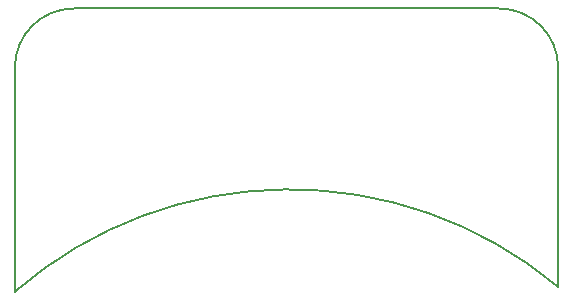
<source format=gm1>
G04*
G04 #@! TF.GenerationSoftware,Altium Limited,Altium Designer,19.1.5 (86)*
G04*
G04 Layer_Color=16711935*
%FSLAX25Y25*%
%MOIN*%
G70*
G01*
G75*
%ADD11C,0.00787*%
D11*
X-70866Y19685D02*
G03*
X-90551Y0I0J-19685D01*
G01*
X90551Y-73099D02*
G03*
X-90551Y-74708I-89605J-107296D01*
G01*
X90551Y0D02*
G03*
X70866Y19685I-19685J0D01*
G01*
X-90551Y-74708D02*
Y0D01*
X-70866Y19685D02*
X70866D01*
X90551Y-73099D02*
Y0D01*
M02*

</source>
